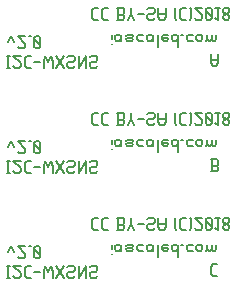
<source format=gbr>
G04 start of page 10 for group -4078 idx -4078 *
G04 Title: (unknown), bottomsilk *
G04 Creator: pcb 20140316 *
G04 CreationDate: Wed 28 Nov 2018 04:36:04 PM GMT UTC *
G04 For: railfan *
G04 Format: Gerber/RS-274X *
G04 PCB-Dimensions (mil): 900.00 970.00 *
G04 PCB-Coordinate-Origin: lower left *
%MOIN*%
%FSLAX25Y25*%
%LNBOTTOMSILK*%
%ADD41C,0.0080*%
G54D41*X32700Y93500D02*X34000D01*
X32000Y92800D02*X32700Y93500D01*
X32000Y90200D02*Y92800D01*
Y90200D02*X32700Y89500D01*
X34000D01*
X35900Y93500D02*X37200D01*
X35200Y92800D02*X35900Y93500D01*
X35200Y90200D02*Y92800D01*
Y90200D02*X35900Y89500D01*
X37200D01*
X40200Y93500D02*X42200D01*
X42700Y93000D01*
Y91800D02*Y93000D01*
X42200Y91300D02*X42700Y91800D01*
X40700Y91300D02*X42200D01*
X40700Y89500D02*Y93500D01*
X40200Y89500D02*X42200D01*
X42700Y90000D01*
Y90800D01*
X42200Y91300D02*X42700Y90800D01*
X43900Y89500D02*X44900Y91500D01*
X45900Y89500D01*
X44900Y91500D02*Y93500D01*
X47100Y91500D02*X49100D01*
X52300Y89500D02*X52800Y90000D01*
X50800Y89500D02*X52300D01*
X50300Y90000D02*X50800Y89500D01*
X50300Y90000D02*Y91000D01*
X50800Y91500D01*
X52300D01*
X52800Y92000D01*
Y93000D01*
X52300Y93500D02*X52800Y93000D01*
X50800Y93500D02*X52300D01*
X50300Y93000D02*X50800Y93500D01*
X54000Y90500D02*Y93500D01*
Y90500D02*X54700Y89500D01*
X55800D01*
X56500Y90500D01*
Y93500D01*
X54000Y91500D02*X56500D01*
X59500Y93000D02*X60000Y93500D01*
X59500Y90000D02*X60000Y89500D01*
X59500Y90000D02*Y93000D01*
X61900Y93500D02*X63200D01*
X61200Y92800D02*X61900Y93500D01*
X61200Y90200D02*Y92800D01*
Y90200D02*X61900Y89500D01*
X63200D01*
X64400D02*X64900Y90000D01*
Y93000D01*
X64400Y93500D02*X64900Y93000D01*
X66100Y90000D02*X66600Y89500D01*
X68100D01*
X68600Y90000D01*
Y91000D01*
X66100Y93500D02*X68600Y91000D01*
X66100Y93500D02*X68600D01*
X69800Y93000D02*X70300Y93500D01*
X69800Y90000D02*Y93000D01*
Y90000D02*X70300Y89500D01*
X71300D01*
X71800Y90000D01*
Y93000D01*
X71300Y93500D02*X71800Y93000D01*
X70300Y93500D02*X71300D01*
X69800Y92500D02*X71800Y90500D01*
X73000Y90300D02*X73800Y89500D01*
Y93500D01*
X73000D02*X74500D01*
X75700Y93000D02*X76200Y93500D01*
X75700Y92200D02*Y93000D01*
Y92200D02*X76400Y91500D01*
X77000D01*
X77700Y92200D01*
Y93000D01*
X77200Y93500D02*X77700Y93000D01*
X76200Y93500D02*X77200D01*
X75700Y90800D02*X76400Y91500D01*
X75700Y90000D02*Y90800D01*
Y90000D02*X76200Y89500D01*
X77200D01*
X77700Y90000D01*
Y90800D01*
X77000Y91500D02*X77700Y90800D01*
X38500Y81500D02*Y81600D01*
Y83000D02*Y84500D01*
X41000Y82500D02*X41500Y83000D01*
X40000Y82500D02*X41000D01*
X39500Y83000D02*X40000Y82500D01*
X39500Y83000D02*Y84000D01*
X40000Y84500D01*
X41500Y82500D02*Y84000D01*
X42000Y84500D01*
X40000D02*X41000D01*
X41500Y84000D01*
X43700Y84500D02*X45200D01*
X45700Y84000D01*
X45200Y83500D02*X45700Y84000D01*
X43700Y83500D02*X45200D01*
X43200Y83000D02*X43700Y83500D01*
X43200Y83000D02*X43700Y82500D01*
X45200D01*
X45700Y83000D01*
X43200Y84000D02*X43700Y84500D01*
X47400Y82500D02*X48900D01*
X46900Y83000D02*X47400Y82500D01*
X46900Y83000D02*Y84000D01*
X47400Y84500D01*
X48900D01*
X51600Y82500D02*X52100Y83000D01*
X50600Y82500D02*X51600D01*
X50100Y83000D02*X50600Y82500D01*
X50100Y83000D02*Y84000D01*
X50600Y84500D01*
X52100Y82500D02*Y84000D01*
X52600Y84500D01*
X50600D02*X51600D01*
X52100Y84000D01*
X53800Y80500D02*Y84000D01*
X54300Y84500D01*
X55800D02*X57300D01*
X55300Y84000D02*X55800Y84500D01*
X55300Y83000D02*Y84000D01*
Y83000D02*X55800Y82500D01*
X56800D01*
X57300Y83000D01*
X55300Y83500D02*X57300D01*
Y83000D02*Y83500D01*
X60500Y80500D02*Y84500D01*
X60000D02*X60500Y84000D01*
X59000Y84500D02*X60000D01*
X58500Y84000D02*X59000Y84500D01*
X58500Y83000D02*Y84000D01*
Y83000D02*X59000Y82500D01*
X60000D01*
X60500Y83000D01*
X61700Y84500D02*X62200D01*
X63900Y82500D02*X65400D01*
X63400Y83000D02*X63900Y82500D01*
X63400Y83000D02*Y84000D01*
X63900Y84500D01*
X65400D01*
X66600Y83000D02*Y84000D01*
Y83000D02*X67100Y82500D01*
X68100D01*
X68600Y83000D01*
Y84000D01*
X68100Y84500D02*X68600Y84000D01*
X67100Y84500D02*X68100D01*
X66600Y84000D02*X67100Y84500D01*
X70300Y83000D02*Y84500D01*
Y83000D02*X70800Y82500D01*
X71300D01*
X71800Y83000D01*
Y84500D01*
Y83000D02*X72300Y82500D01*
X72800D01*
X73300Y83000D01*
Y84500D01*
X69800Y82500D02*X70300Y83000D01*
X32700Y58500D02*X34000D01*
X32000Y57800D02*X32700Y58500D01*
X32000Y55200D02*Y57800D01*
Y55200D02*X32700Y54500D01*
X34000D01*
X35900Y58500D02*X37200D01*
X35200Y57800D02*X35900Y58500D01*
X35200Y55200D02*Y57800D01*
Y55200D02*X35900Y54500D01*
X37200D01*
X40200Y58500D02*X42200D01*
X42700Y58000D01*
Y56800D02*Y58000D01*
X42200Y56300D02*X42700Y56800D01*
X40700Y56300D02*X42200D01*
X40700Y54500D02*Y58500D01*
X40200Y54500D02*X42200D01*
X42700Y55000D01*
Y55800D01*
X42200Y56300D02*X42700Y55800D01*
X43900Y54500D02*X44900Y56500D01*
X45900Y54500D01*
X44900Y56500D02*Y58500D01*
X47100Y56500D02*X49100D01*
X52300Y54500D02*X52800Y55000D01*
X50800Y54500D02*X52300D01*
X50300Y55000D02*X50800Y54500D01*
X50300Y55000D02*Y56000D01*
X50800Y56500D01*
X52300D01*
X52800Y57000D01*
Y58000D01*
X52300Y58500D02*X52800Y58000D01*
X50800Y58500D02*X52300D01*
X50300Y58000D02*X50800Y58500D01*
X54000Y55500D02*Y58500D01*
Y55500D02*X54700Y54500D01*
X55800D01*
X56500Y55500D01*
Y58500D01*
X54000Y56500D02*X56500D01*
X59500Y58000D02*X60000Y58500D01*
X59500Y55000D02*X60000Y54500D01*
X59500Y55000D02*Y58000D01*
X61900Y58500D02*X63200D01*
X61200Y57800D02*X61900Y58500D01*
X61200Y55200D02*Y57800D01*
Y55200D02*X61900Y54500D01*
X63200D01*
X64400D02*X64900Y55000D01*
Y58000D01*
X64400Y58500D02*X64900Y58000D01*
X66100Y55000D02*X66600Y54500D01*
X68100D01*
X68600Y55000D01*
Y56000D01*
X66100Y58500D02*X68600Y56000D01*
X66100Y58500D02*X68600D01*
X69800Y58000D02*X70300Y58500D01*
X69800Y55000D02*Y58000D01*
Y55000D02*X70300Y54500D01*
X71300D01*
X71800Y55000D01*
Y58000D01*
X71300Y58500D02*X71800Y58000D01*
X70300Y58500D02*X71300D01*
X69800Y57500D02*X71800Y55500D01*
X73000Y55300D02*X73800Y54500D01*
Y58500D01*
X73000D02*X74500D01*
X75700Y58000D02*X76200Y58500D01*
X75700Y57200D02*Y58000D01*
Y57200D02*X76400Y56500D01*
X77000D01*
X77700Y57200D01*
Y58000D01*
X77200Y58500D02*X77700Y58000D01*
X76200Y58500D02*X77200D01*
X75700Y55800D02*X76400Y56500D01*
X75700Y55000D02*Y55800D01*
Y55000D02*X76200Y54500D01*
X77200D01*
X77700Y55000D01*
Y55800D01*
X77000Y56500D02*X77700Y55800D01*
X38500Y46500D02*Y46600D01*
Y48000D02*Y49500D01*
X41000Y47500D02*X41500Y48000D01*
X40000Y47500D02*X41000D01*
X39500Y48000D02*X40000Y47500D01*
X39500Y48000D02*Y49000D01*
X40000Y49500D01*
X41500Y47500D02*Y49000D01*
X42000Y49500D01*
X40000D02*X41000D01*
X41500Y49000D01*
X43700Y49500D02*X45200D01*
X45700Y49000D01*
X45200Y48500D02*X45700Y49000D01*
X43700Y48500D02*X45200D01*
X43200Y48000D02*X43700Y48500D01*
X43200Y48000D02*X43700Y47500D01*
X45200D01*
X45700Y48000D01*
X43200Y49000D02*X43700Y49500D01*
X47400Y47500D02*X48900D01*
X46900Y48000D02*X47400Y47500D01*
X46900Y48000D02*Y49000D01*
X47400Y49500D01*
X48900D01*
X51600Y47500D02*X52100Y48000D01*
X50600Y47500D02*X51600D01*
X50100Y48000D02*X50600Y47500D01*
X50100Y48000D02*Y49000D01*
X50600Y49500D01*
X52100Y47500D02*Y49000D01*
X52600Y49500D01*
X50600D02*X51600D01*
X52100Y49000D01*
X53800Y45500D02*Y49000D01*
X54300Y49500D01*
X55800D02*X57300D01*
X55300Y49000D02*X55800Y49500D01*
X55300Y48000D02*Y49000D01*
Y48000D02*X55800Y47500D01*
X56800D01*
X57300Y48000D01*
X55300Y48500D02*X57300D01*
Y48000D02*Y48500D01*
X60500Y45500D02*Y49500D01*
X60000D02*X60500Y49000D01*
X59000Y49500D02*X60000D01*
X58500Y49000D02*X59000Y49500D01*
X58500Y48000D02*Y49000D01*
Y48000D02*X59000Y47500D01*
X60000D01*
X60500Y48000D01*
X61700Y49500D02*X62200D01*
X63900Y47500D02*X65400D01*
X63400Y48000D02*X63900Y47500D01*
X63400Y48000D02*Y49000D01*
X63900Y49500D01*
X65400D01*
X66600Y48000D02*Y49000D01*
Y48000D02*X67100Y47500D01*
X68100D01*
X68600Y48000D01*
Y49000D01*
X68100Y49500D02*X68600Y49000D01*
X67100Y49500D02*X68100D01*
X66600Y49000D02*X67100Y49500D01*
X70300Y48000D02*Y49500D01*
Y48000D02*X70800Y47500D01*
X71300D01*
X71800Y48000D01*
Y49500D01*
Y48000D02*X72300Y47500D01*
X72800D01*
X73300Y48000D01*
Y49500D01*
X69800Y47500D02*X70300Y48000D01*
X71500Y75000D02*Y78000D01*
Y75000D02*X72200Y74000D01*
X73300D01*
X74000Y75000D01*
Y78000D01*
X71500Y76000D02*X74000D01*
X4000Y82000D02*X5000Y84000D01*
X6000Y82000D02*X5000Y84000D01*
X7200Y80500D02*X7700Y80000D01*
X9200D01*
X9700Y80500D01*
Y81500D01*
X7200Y84000D02*X9700Y81500D01*
X7200Y84000D02*X9700D01*
X10900D02*X11400D01*
X12600Y83500D02*X13100Y84000D01*
X12600Y80500D02*Y83500D01*
Y80500D02*X13100Y80000D01*
X14100D01*
X14600Y80500D01*
Y83500D01*
X14100Y84000D02*X14600Y83500D01*
X13100Y84000D02*X14100D01*
X12600Y83000D02*X14600Y81000D01*
X3500Y73500D02*X4500D01*
X4000D02*Y77500D01*
X3500D02*X4500D01*
X5700Y74000D02*X6200Y73500D01*
X7700D01*
X8200Y74000D01*
Y75000D01*
X5700Y77500D02*X8200Y75000D01*
X5700Y77500D02*X8200D01*
X10100D02*X11400D01*
X9400Y76800D02*X10100Y77500D01*
X9400Y74200D02*Y76800D01*
Y74200D02*X10100Y73500D01*
X11400D01*
X12600Y75500D02*X14600D01*
X15800Y73500D02*Y75500D01*
X16300Y77500D01*
X17300Y75500D01*
X18300Y77500D01*
X18800Y75500D01*
Y73500D02*Y75500D01*
X20000Y77500D02*X22500Y73500D01*
X20000D02*X22500Y77500D01*
X25700Y73500D02*X26200Y74000D01*
X24200Y73500D02*X25700D01*
X23700Y74000D02*X24200Y73500D01*
X23700Y74000D02*Y75000D01*
X24200Y75500D01*
X25700D01*
X26200Y76000D01*
Y77000D01*
X25700Y77500D02*X26200Y77000D01*
X24200Y77500D02*X25700D01*
X23700Y77000D02*X24200Y77500D01*
X27400Y73500D02*Y77500D01*
Y73500D02*X29900Y77500D01*
Y73500D02*Y77500D01*
X33100Y73500D02*X33600Y74000D01*
X31600Y73500D02*X33100D01*
X31100Y74000D02*X31600Y73500D01*
X31100Y74000D02*Y75000D01*
X31600Y75500D01*
X33100D01*
X33600Y76000D01*
Y77000D01*
X33100Y77500D02*X33600Y77000D01*
X31600Y77500D02*X33100D01*
X31100Y77000D02*X31600Y77500D01*
X4000Y47000D02*X5000Y49000D01*
X6000Y47000D02*X5000Y49000D01*
X7200Y45500D02*X7700Y45000D01*
X9200D01*
X9700Y45500D01*
Y46500D01*
X7200Y49000D02*X9700Y46500D01*
X7200Y49000D02*X9700D01*
X10900D02*X11400D01*
X12600Y48500D02*X13100Y49000D01*
X12600Y45500D02*Y48500D01*
Y45500D02*X13100Y45000D01*
X14100D01*
X14600Y45500D01*
Y48500D01*
X14100Y49000D02*X14600Y48500D01*
X13100Y49000D02*X14100D01*
X12600Y48000D02*X14600Y46000D01*
X3500Y38500D02*X4500D01*
X4000D02*Y42500D01*
X3500D02*X4500D01*
X5700Y39000D02*X6200Y38500D01*
X7700D01*
X8200Y39000D01*
Y40000D01*
X5700Y42500D02*X8200Y40000D01*
X5700Y42500D02*X8200D01*
X10100D02*X11400D01*
X9400Y41800D02*X10100Y42500D01*
X9400Y39200D02*Y41800D01*
Y39200D02*X10100Y38500D01*
X11400D01*
X12600Y40500D02*X14600D01*
X15800Y38500D02*Y40500D01*
X16300Y42500D01*
X17300Y40500D01*
X18300Y42500D01*
X18800Y40500D01*
Y38500D02*Y40500D01*
X20000Y42500D02*X22500Y38500D01*
X20000D02*X22500Y42500D01*
X25700Y38500D02*X26200Y39000D01*
X24200Y38500D02*X25700D01*
X23700Y39000D02*X24200Y38500D01*
X23700Y39000D02*Y40000D01*
X24200Y40500D01*
X25700D01*
X26200Y41000D01*
Y42000D01*
X25700Y42500D02*X26200Y42000D01*
X24200Y42500D02*X25700D01*
X23700Y42000D02*X24200Y42500D01*
X27400Y38500D02*Y42500D01*
Y38500D02*X29900Y42500D01*
Y38500D02*Y42500D01*
X33100Y38500D02*X33600Y39000D01*
X31600Y38500D02*X33100D01*
X31100Y39000D02*X31600Y38500D01*
X31100Y39000D02*Y40000D01*
X31600Y40500D01*
X33100D01*
X33600Y41000D01*
Y42000D01*
X33100Y42500D02*X33600Y42000D01*
X31600Y42500D02*X33100D01*
X31100Y42000D02*X31600Y42500D01*
X71500Y43000D02*X73500D01*
X74000Y42500D01*
Y41300D02*Y42500D01*
X73500Y40800D02*X74000Y41300D01*
X72000Y40800D02*X73500D01*
X72000Y39000D02*Y43000D01*
X71500Y39000D02*X73500D01*
X74000Y39500D01*
Y40300D01*
X73500Y40800D02*X74000Y40300D01*
X4000Y12000D02*X5000Y14000D01*
X6000Y12000D02*X5000Y14000D01*
X7200Y10500D02*X7700Y10000D01*
X9200D01*
X9700Y10500D01*
Y11500D01*
X7200Y14000D02*X9700Y11500D01*
X7200Y14000D02*X9700D01*
X10900D02*X11400D01*
X12600Y13500D02*X13100Y14000D01*
X12600Y10500D02*Y13500D01*
Y10500D02*X13100Y10000D01*
X14100D01*
X14600Y10500D01*
Y13500D01*
X14100Y14000D02*X14600Y13500D01*
X13100Y14000D02*X14100D01*
X12600Y13000D02*X14600Y11000D01*
X3500Y3500D02*X4500D01*
X4000D02*Y7500D01*
X3500D02*X4500D01*
X5700Y4000D02*X6200Y3500D01*
X7700D01*
X8200Y4000D01*
Y5000D01*
X5700Y7500D02*X8200Y5000D01*
X5700Y7500D02*X8200D01*
X10100D02*X11400D01*
X9400Y6800D02*X10100Y7500D01*
X9400Y4200D02*Y6800D01*
Y4200D02*X10100Y3500D01*
X11400D01*
X12600Y5500D02*X14600D01*
X15800Y3500D02*Y5500D01*
X16300Y7500D01*
X17300Y5500D01*
X18300Y7500D01*
X18800Y5500D01*
Y3500D02*Y5500D01*
X20000Y7500D02*X22500Y3500D01*
X20000D02*X22500Y7500D01*
X25700Y3500D02*X26200Y4000D01*
X24200Y3500D02*X25700D01*
X23700Y4000D02*X24200Y3500D01*
X23700Y4000D02*Y5000D01*
X24200Y5500D01*
X25700D01*
X26200Y6000D01*
Y7000D01*
X25700Y7500D02*X26200Y7000D01*
X24200Y7500D02*X25700D01*
X23700Y7000D02*X24200Y7500D01*
X27400Y3500D02*Y7500D01*
Y3500D02*X29900Y7500D01*
Y3500D02*Y7500D01*
X33100Y3500D02*X33600Y4000D01*
X31600Y3500D02*X33100D01*
X31100Y4000D02*X31600Y3500D01*
X31100Y4000D02*Y5000D01*
X31600Y5500D01*
X33100D01*
X33600Y6000D01*
Y7000D01*
X33100Y7500D02*X33600Y7000D01*
X31600Y7500D02*X33100D01*
X31100Y7000D02*X31600Y7500D01*
X32700Y23500D02*X34000D01*
X32000Y22800D02*X32700Y23500D01*
X32000Y20200D02*Y22800D01*
Y20200D02*X32700Y19500D01*
X34000D01*
X35900Y23500D02*X37200D01*
X35200Y22800D02*X35900Y23500D01*
X35200Y20200D02*Y22800D01*
Y20200D02*X35900Y19500D01*
X37200D01*
X40200Y23500D02*X42200D01*
X42700Y23000D01*
Y21800D02*Y23000D01*
X42200Y21300D02*X42700Y21800D01*
X40700Y21300D02*X42200D01*
X40700Y19500D02*Y23500D01*
X40200Y19500D02*X42200D01*
X42700Y20000D01*
Y20800D01*
X42200Y21300D02*X42700Y20800D01*
X43900Y19500D02*X44900Y21500D01*
X45900Y19500D01*
X44900Y21500D02*Y23500D01*
X47100Y21500D02*X49100D01*
X52300Y19500D02*X52800Y20000D01*
X50800Y19500D02*X52300D01*
X50300Y20000D02*X50800Y19500D01*
X50300Y20000D02*Y21000D01*
X50800Y21500D01*
X52300D01*
X52800Y22000D01*
Y23000D01*
X52300Y23500D02*X52800Y23000D01*
X50800Y23500D02*X52300D01*
X50300Y23000D02*X50800Y23500D01*
X54000Y20500D02*Y23500D01*
Y20500D02*X54700Y19500D01*
X55800D01*
X56500Y20500D01*
Y23500D01*
X54000Y21500D02*X56500D01*
X59500Y23000D02*X60000Y23500D01*
X59500Y20000D02*X60000Y19500D01*
X59500Y20000D02*Y23000D01*
X61900Y23500D02*X63200D01*
X61200Y22800D02*X61900Y23500D01*
X61200Y20200D02*Y22800D01*
Y20200D02*X61900Y19500D01*
X63200D01*
X64400D02*X64900Y20000D01*
Y23000D01*
X64400Y23500D02*X64900Y23000D01*
X66100Y20000D02*X66600Y19500D01*
X68100D01*
X68600Y20000D01*
Y21000D01*
X66100Y23500D02*X68600Y21000D01*
X66100Y23500D02*X68600D01*
X69800Y23000D02*X70300Y23500D01*
X69800Y20000D02*Y23000D01*
Y20000D02*X70300Y19500D01*
X71300D01*
X71800Y20000D01*
Y23000D01*
X71300Y23500D02*X71800Y23000D01*
X70300Y23500D02*X71300D01*
X69800Y22500D02*X71800Y20500D01*
X73000Y20300D02*X73800Y19500D01*
Y23500D01*
X73000D02*X74500D01*
X75700Y23000D02*X76200Y23500D01*
X75700Y22200D02*Y23000D01*
Y22200D02*X76400Y21500D01*
X77000D01*
X77700Y22200D01*
Y23000D01*
X77200Y23500D02*X77700Y23000D01*
X76200Y23500D02*X77200D01*
X75700Y20800D02*X76400Y21500D01*
X75700Y20000D02*Y20800D01*
Y20000D02*X76200Y19500D01*
X77200D01*
X77700Y20000D01*
Y20800D01*
X77000Y21500D02*X77700Y20800D01*
X38500Y11500D02*Y11600D01*
Y13000D02*Y14500D01*
X41000Y12500D02*X41500Y13000D01*
X40000Y12500D02*X41000D01*
X39500Y13000D02*X40000Y12500D01*
X39500Y13000D02*Y14000D01*
X40000Y14500D01*
X41500Y12500D02*Y14000D01*
X42000Y14500D01*
X40000D02*X41000D01*
X41500Y14000D01*
X43700Y14500D02*X45200D01*
X45700Y14000D01*
X45200Y13500D02*X45700Y14000D01*
X43700Y13500D02*X45200D01*
X43200Y13000D02*X43700Y13500D01*
X43200Y13000D02*X43700Y12500D01*
X45200D01*
X45700Y13000D01*
X43200Y14000D02*X43700Y14500D01*
X47400Y12500D02*X48900D01*
X46900Y13000D02*X47400Y12500D01*
X46900Y13000D02*Y14000D01*
X47400Y14500D01*
X48900D01*
X51600Y12500D02*X52100Y13000D01*
X50600Y12500D02*X51600D01*
X50100Y13000D02*X50600Y12500D01*
X50100Y13000D02*Y14000D01*
X50600Y14500D01*
X52100Y12500D02*Y14000D01*
X52600Y14500D01*
X50600D02*X51600D01*
X52100Y14000D01*
X53800Y10500D02*Y14000D01*
X54300Y14500D01*
X55800D02*X57300D01*
X55300Y14000D02*X55800Y14500D01*
X55300Y13000D02*Y14000D01*
Y13000D02*X55800Y12500D01*
X56800D01*
X57300Y13000D01*
X55300Y13500D02*X57300D01*
Y13000D02*Y13500D01*
X60500Y10500D02*Y14500D01*
X60000D02*X60500Y14000D01*
X59000Y14500D02*X60000D01*
X58500Y14000D02*X59000Y14500D01*
X58500Y13000D02*Y14000D01*
Y13000D02*X59000Y12500D01*
X60000D01*
X60500Y13000D01*
X61700Y14500D02*X62200D01*
X63900Y12500D02*X65400D01*
X63400Y13000D02*X63900Y12500D01*
X63400Y13000D02*Y14000D01*
X63900Y14500D01*
X65400D01*
X66600Y13000D02*Y14000D01*
Y13000D02*X67100Y12500D01*
X68100D01*
X68600Y13000D01*
Y14000D01*
X68100Y14500D02*X68600Y14000D01*
X67100Y14500D02*X68100D01*
X66600Y14000D02*X67100Y14500D01*
X70300Y13000D02*Y14500D01*
Y13000D02*X70800Y12500D01*
X71300D01*
X71800Y13000D01*
Y14500D01*
Y13000D02*X72300Y12500D01*
X72800D01*
X73300Y13000D01*
Y14500D01*
X69800Y12500D02*X70300Y13000D01*
X72200Y8000D02*X73500D01*
X71500Y7300D02*X72200Y8000D01*
X71500Y4700D02*Y7300D01*
Y4700D02*X72200Y4000D01*
X73500D01*
M02*

</source>
